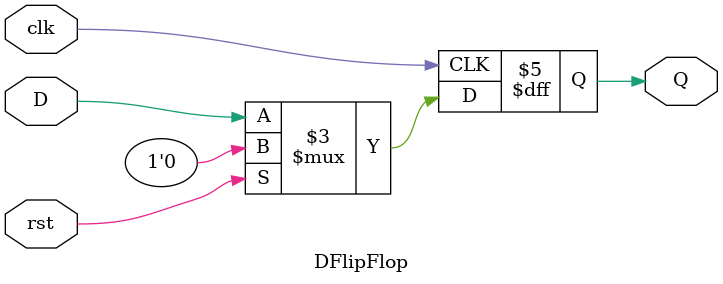
<source format=v>
`timescale 1ns / 1ps

module DFlipFlop (
    input      clk,
    input      rst,
    input      D,
    output reg Q
    ); 
    always @ (posedge clk) 
        if (rst) begin 
            Q <= 1'b0; 
        end else begin 
            Q <= D; 
    end 
endmodule 
</source>
